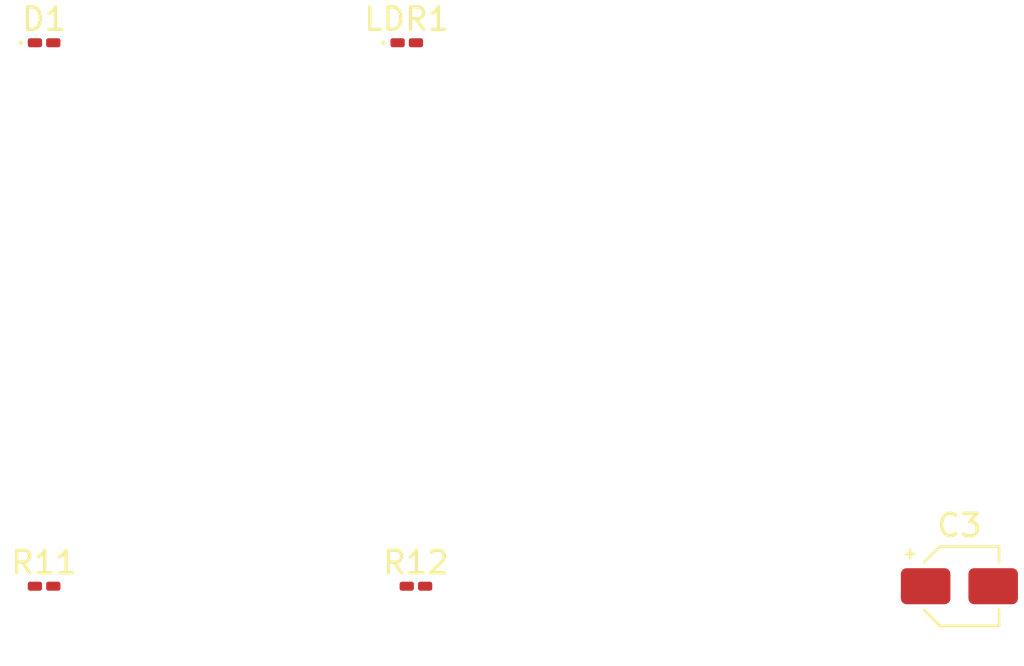
<source format=kicad_pcb>
(kicad_pcb (version 20171130) (host pcbnew "(5.1.8)-1")

  (general
    (thickness 1.6)
    (drawings 0)
    (tracks 0)
    (zones 0)
    (modules 5)
    (nets 6)
  )

  (page A4)
  (layers
    (0 F.Cu signal)
    (31 B.Cu signal)
    (32 B.Adhes user)
    (33 F.Adhes user)
    (34 B.Paste user)
    (35 F.Paste user)
    (36 B.SilkS user)
    (37 F.SilkS user)
    (38 B.Mask user)
    (39 F.Mask user)
    (40 Dwgs.User user)
    (41 Cmts.User user)
    (42 Eco1.User user)
    (43 Eco2.User user)
    (44 Edge.Cuts user)
    (45 Margin user)
    (46 B.CrtYd user)
    (47 F.CrtYd user)
    (48 B.Fab user)
    (49 F.Fab user)
  )

  (setup
    (last_trace_width 0.25)
    (trace_clearance 0.2)
    (zone_clearance 0.508)
    (zone_45_only no)
    (trace_min 0.2)
    (via_size 0.8)
    (via_drill 0.4)
    (via_min_size 0.4)
    (via_min_drill 0.3)
    (uvia_size 0.3)
    (uvia_drill 0.1)
    (uvias_allowed no)
    (uvia_min_size 0.2)
    (uvia_min_drill 0.1)
    (edge_width 0.1)
    (segment_width 0.2)
    (pcb_text_width 0.3)
    (pcb_text_size 1.5 1.5)
    (mod_edge_width 0.15)
    (mod_text_size 1 1)
    (mod_text_width 0.15)
    (pad_size 1.524 1.524)
    (pad_drill 0.762)
    (pad_to_mask_clearance 0)
    (aux_axis_origin 0 0)
    (visible_elements FFFFFF7F)
    (pcbplotparams
      (layerselection 0x010fc_ffffffff)
      (usegerberextensions false)
      (usegerberattributes true)
      (usegerberadvancedattributes true)
      (creategerberjobfile true)
      (excludeedgelayer true)
      (linewidth 0.100000)
      (plotframeref false)
      (viasonmask false)
      (mode 1)
      (useauxorigin false)
      (hpglpennumber 1)
      (hpglpenspeed 20)
      (hpglpendiameter 15.000000)
      (psnegative false)
      (psa4output false)
      (plotreference true)
      (plotvalue true)
      (plotinvisibletext false)
      (padsonsilk false)
      (subtractmaskfromsilk false)
      (outputformat 1)
      (mirror false)
      (drillshape 1)
      (scaleselection 1)
      (outputdirectory ""))
  )

  (net 0 "")
  (net 1 "Net-(C3-Pad1)")
  (net 2 GND)
  (net 3 "Net-(D1-Pad1)")
  (net 4 "Net-(D1-Pad2)")
  (net 5 "Net-(R11-Pad2)")

  (net_class Default "Esta es la clase de red por defecto."
    (clearance 0.2)
    (trace_width 0.25)
    (via_dia 0.8)
    (via_drill 0.4)
    (uvia_dia 0.3)
    (uvia_drill 0.1)
    (add_net GND)
    (add_net "Net-(C3-Pad1)")
    (add_net "Net-(D1-Pad1)")
    (add_net "Net-(D1-Pad2)")
    (add_net "Net-(R11-Pad2)")
  )

  (module Capacitor_SMD:CP_Elec_3x5.4 (layer F.Cu) (tedit 5BCA39CF) (tstamp 5FBC8EA5)
    (at 135.89 127)
    (descr "SMD capacitor, aluminum electrolytic, Nichicon, 3.0x5.4mm")
    (tags "capacitor electrolytic")
    (path /5FBB195F)
    (attr smd)
    (fp_text reference C3 (at 0 -2.7) (layer F.SilkS)
      (effects (font (size 1 1) (thickness 0.15)))
    )
    (fp_text value 100nF (at 0 2.7) (layer F.Fab)
      (effects (font (size 1 1) (thickness 0.15)))
    )
    (fp_line (start -2.85 1.05) (end -1.78 1.05) (layer F.CrtYd) (width 0.05))
    (fp_line (start -2.85 -1.05) (end -2.85 1.05) (layer F.CrtYd) (width 0.05))
    (fp_line (start -1.78 -1.05) (end -2.85 -1.05) (layer F.CrtYd) (width 0.05))
    (fp_line (start -1.78 -1.05) (end -0.93 -1.9) (layer F.CrtYd) (width 0.05))
    (fp_line (start -1.78 1.05) (end -0.93 1.9) (layer F.CrtYd) (width 0.05))
    (fp_line (start -0.93 -1.9) (end 1.9 -1.9) (layer F.CrtYd) (width 0.05))
    (fp_line (start -0.93 1.9) (end 1.9 1.9) (layer F.CrtYd) (width 0.05))
    (fp_line (start 1.9 1.05) (end 1.9 1.9) (layer F.CrtYd) (width 0.05))
    (fp_line (start 2.85 1.05) (end 1.9 1.05) (layer F.CrtYd) (width 0.05))
    (fp_line (start 2.85 -1.05) (end 2.85 1.05) (layer F.CrtYd) (width 0.05))
    (fp_line (start 1.9 -1.05) (end 2.85 -1.05) (layer F.CrtYd) (width 0.05))
    (fp_line (start 1.9 -1.9) (end 1.9 -1.05) (layer F.CrtYd) (width 0.05))
    (fp_line (start -2.1875 -1.6225) (end -2.1875 -1.2475) (layer F.SilkS) (width 0.12))
    (fp_line (start -2.375 -1.435) (end -2 -1.435) (layer F.SilkS) (width 0.12))
    (fp_line (start -1.570563 1.06) (end -0.870563 1.76) (layer F.SilkS) (width 0.12))
    (fp_line (start -1.570563 -1.06) (end -0.870563 -1.76) (layer F.SilkS) (width 0.12))
    (fp_line (start -0.870563 1.76) (end 1.76 1.76) (layer F.SilkS) (width 0.12))
    (fp_line (start -0.870563 -1.76) (end 1.76 -1.76) (layer F.SilkS) (width 0.12))
    (fp_line (start 1.76 -1.76) (end 1.76 -1.06) (layer F.SilkS) (width 0.12))
    (fp_line (start 1.76 1.76) (end 1.76 1.06) (layer F.SilkS) (width 0.12))
    (fp_line (start -0.960469 -0.95) (end -0.960469 -0.65) (layer F.Fab) (width 0.1))
    (fp_line (start -1.110469 -0.8) (end -0.810469 -0.8) (layer F.Fab) (width 0.1))
    (fp_line (start -1.65 0.825) (end -0.825 1.65) (layer F.Fab) (width 0.1))
    (fp_line (start -1.65 -0.825) (end -0.825 -1.65) (layer F.Fab) (width 0.1))
    (fp_line (start -1.65 -0.825) (end -1.65 0.825) (layer F.Fab) (width 0.1))
    (fp_line (start -0.825 1.65) (end 1.65 1.65) (layer F.Fab) (width 0.1))
    (fp_line (start -0.825 -1.65) (end 1.65 -1.65) (layer F.Fab) (width 0.1))
    (fp_line (start 1.65 -1.65) (end 1.65 1.65) (layer F.Fab) (width 0.1))
    (fp_circle (center 0 0) (end 1.5 0) (layer F.Fab) (width 0.1))
    (fp_text user %R (at 0 0) (layer F.Fab)
      (effects (font (size 0.6 0.6) (thickness 0.09)))
    )
    (pad 1 smd roundrect (at -1.5 0) (size 2.2 1.6) (layers F.Cu F.Paste F.Mask) (roundrect_rratio 0.15625)
      (net 1 "Net-(C3-Pad1)"))
    (pad 2 smd roundrect (at 1.5 0) (size 2.2 1.6) (layers F.Cu F.Paste F.Mask) (roundrect_rratio 0.15625)
      (net 2 GND))
    (model ${KISYS3DMOD}/Capacitor_SMD.3dshapes/CP_Elec_3x5.4.wrl
      (at (xyz 0 0 0))
      (scale (xyz 1 1 1))
      (rotate (xyz 0 0 0))
    )
  )

  (module LED_SMD:LED_0201_0603Metric_Pad0.64x0.40mm_HandSolder (layer F.Cu) (tedit 5F6BBF83) (tstamp 5FBC8EB9)
    (at 95.25 102.87)
    (descr "LED SMD 0201 (0603 Metric), square (rectangular) end terminal, IPC_7351 nominal, (Body size source: https://www.vishay.com/docs/20052/crcw0201e3.pdf), generated with kicad-footprint-generator")
    (tags "LED handsolder")
    (path /5FBAAEAA)
    (attr smd)
    (fp_text reference D1 (at 0 -1.05) (layer F.SilkS)
      (effects (font (size 1 1) (thickness 0.15)))
    )
    (fp_text value LED (at 0 1.05) (layer F.Fab)
      (effects (font (size 1 1) (thickness 0.15)))
    )
    (fp_line (start 0.88 0.35) (end -0.88 0.35) (layer F.CrtYd) (width 0.05))
    (fp_line (start 0.88 -0.35) (end 0.88 0.35) (layer F.CrtYd) (width 0.05))
    (fp_line (start -0.88 -0.35) (end 0.88 -0.35) (layer F.CrtYd) (width 0.05))
    (fp_line (start -0.88 0.35) (end -0.88 -0.35) (layer F.CrtYd) (width 0.05))
    (fp_line (start -0.1 0.15) (end -0.1 -0.15) (layer F.Fab) (width 0.1))
    (fp_line (start -0.2 0.15) (end -0.2 -0.15) (layer F.Fab) (width 0.1))
    (fp_line (start 0.3 0.15) (end -0.3 0.15) (layer F.Fab) (width 0.1))
    (fp_line (start 0.3 -0.15) (end 0.3 0.15) (layer F.Fab) (width 0.1))
    (fp_line (start -0.3 -0.15) (end 0.3 -0.15) (layer F.Fab) (width 0.1))
    (fp_line (start -0.3 0.15) (end -0.3 -0.15) (layer F.Fab) (width 0.1))
    (fp_circle (center -1.035 0) (end -0.985 0) (layer F.SilkS) (width 0.1))
    (fp_text user %R (at 0 -0.68) (layer F.Fab)
      (effects (font (size 0.25 0.25) (thickness 0.04)))
    )
    (pad "" smd roundrect (at -0.4325 0) (size 0.458 0.36) (layers F.Paste) (roundrect_rratio 0.25))
    (pad "" smd roundrect (at 0.4325 0) (size 0.458 0.36) (layers F.Paste) (roundrect_rratio 0.25))
    (pad 1 smd roundrect (at -0.4075 0) (size 0.635 0.4) (layers F.Cu F.Mask) (roundrect_rratio 0.25)
      (net 3 "Net-(D1-Pad1)"))
    (pad 2 smd roundrect (at 0.4075 0) (size 0.635 0.4) (layers F.Cu F.Mask) (roundrect_rratio 0.25)
      (net 4 "Net-(D1-Pad2)"))
    (model ${KISYS3DMOD}/LED_SMD.3dshapes/LED_0201_0603Metric.wrl
      (at (xyz 0 0 0))
      (scale (xyz 1 1 1))
      (rotate (xyz 0 0 0))
    )
  )

  (module LED_SMD:LED_0201_0603Metric_Pad0.64x0.40mm_HandSolder (layer F.Cu) (tedit 5F6BBF83) (tstamp 5FBC8ECD)
    (at 111.3525 102.87)
    (descr "LED SMD 0201 (0603 Metric), square (rectangular) end terminal, IPC_7351 nominal, (Body size source: https://www.vishay.com/docs/20052/crcw0201e3.pdf), generated with kicad-footprint-generator")
    (tags "LED handsolder")
    (path /5FBACD18)
    (attr smd)
    (fp_text reference LDR1 (at 0 -1.05) (layer F.SilkS)
      (effects (font (size 1 1) (thickness 0.15)))
    )
    (fp_text value LDR1 (at 0 1.05) (layer F.Fab)
      (effects (font (size 1 1) (thickness 0.15)))
    )
    (fp_text user %R (at 0 -0.68) (layer F.Fab)
      (effects (font (size 0.25 0.25) (thickness 0.04)))
    )
    (fp_circle (center -1.035 0) (end -0.985 0) (layer F.SilkS) (width 0.1))
    (fp_line (start -0.3 0.15) (end -0.3 -0.15) (layer F.Fab) (width 0.1))
    (fp_line (start -0.3 -0.15) (end 0.3 -0.15) (layer F.Fab) (width 0.1))
    (fp_line (start 0.3 -0.15) (end 0.3 0.15) (layer F.Fab) (width 0.1))
    (fp_line (start 0.3 0.15) (end -0.3 0.15) (layer F.Fab) (width 0.1))
    (fp_line (start -0.2 0.15) (end -0.2 -0.15) (layer F.Fab) (width 0.1))
    (fp_line (start -0.1 0.15) (end -0.1 -0.15) (layer F.Fab) (width 0.1))
    (fp_line (start -0.88 0.35) (end -0.88 -0.35) (layer F.CrtYd) (width 0.05))
    (fp_line (start -0.88 -0.35) (end 0.88 -0.35) (layer F.CrtYd) (width 0.05))
    (fp_line (start 0.88 -0.35) (end 0.88 0.35) (layer F.CrtYd) (width 0.05))
    (fp_line (start 0.88 0.35) (end -0.88 0.35) (layer F.CrtYd) (width 0.05))
    (pad 2 smd roundrect (at 0.4075 0) (size 0.635 0.4) (layers F.Cu F.Mask) (roundrect_rratio 0.25)
      (net 4 "Net-(D1-Pad2)"))
    (pad 1 smd roundrect (at -0.4075 0) (size 0.635 0.4) (layers F.Cu F.Mask) (roundrect_rratio 0.25)
      (net 1 "Net-(C3-Pad1)"))
    (pad "" smd roundrect (at 0.4325 0) (size 0.458 0.36) (layers F.Paste) (roundrect_rratio 0.25))
    (pad "" smd roundrect (at -0.4325 0) (size 0.458 0.36) (layers F.Paste) (roundrect_rratio 0.25))
    (model ${KISYS3DMOD}/LED_SMD.3dshapes/LED_0201_0603Metric.wrl
      (at (xyz 0 0 0))
      (scale (xyz 1 1 1))
      (rotate (xyz 0 0 0))
    )
  )

  (module Resistor_SMD:R_0201_0603Metric_Pad0.64x0.40mm_HandSolder (layer F.Cu) (tedit 5F6BB9E0) (tstamp 5FBC8EDE)
    (at 95.25 127)
    (descr "Resistor SMD 0201 (0603 Metric), square (rectangular) end terminal, IPC_7351 nominal with elongated pad for handsoldering. (Body size source: https://www.vishay.com/docs/20052/crcw0201e3.pdf), generated with kicad-footprint-generator")
    (tags "resistor handsolder")
    (path /5FBA9EC4)
    (attr smd)
    (fp_text reference R11 (at 0 -1.05) (layer F.SilkS)
      (effects (font (size 1 1) (thickness 0.15)))
    )
    (fp_text value 100k (at 0 1.05) (layer F.Fab)
      (effects (font (size 1 1) (thickness 0.15)))
    )
    (fp_line (start 0.88 0.35) (end -0.88 0.35) (layer F.CrtYd) (width 0.05))
    (fp_line (start 0.88 -0.35) (end 0.88 0.35) (layer F.CrtYd) (width 0.05))
    (fp_line (start -0.88 -0.35) (end 0.88 -0.35) (layer F.CrtYd) (width 0.05))
    (fp_line (start -0.88 0.35) (end -0.88 -0.35) (layer F.CrtYd) (width 0.05))
    (fp_line (start 0.3 0.15) (end -0.3 0.15) (layer F.Fab) (width 0.1))
    (fp_line (start 0.3 -0.15) (end 0.3 0.15) (layer F.Fab) (width 0.1))
    (fp_line (start -0.3 -0.15) (end 0.3 -0.15) (layer F.Fab) (width 0.1))
    (fp_line (start -0.3 0.15) (end -0.3 -0.15) (layer F.Fab) (width 0.1))
    (fp_text user %R (at 0 -0.68) (layer F.Fab)
      (effects (font (size 0.25 0.25) (thickness 0.04)))
    )
    (pad "" smd roundrect (at -0.4325 0) (size 0.458 0.36) (layers F.Paste) (roundrect_rratio 0.25))
    (pad "" smd roundrect (at 0.4325 0) (size 0.458 0.36) (layers F.Paste) (roundrect_rratio 0.25))
    (pad 1 smd roundrect (at -0.4075 0) (size 0.635 0.4) (layers F.Cu F.Mask) (roundrect_rratio 0.25)
      (net 3 "Net-(D1-Pad1)"))
    (pad 2 smd roundrect (at 0.4075 0) (size 0.635 0.4) (layers F.Cu F.Mask) (roundrect_rratio 0.25)
      (net 5 "Net-(R11-Pad2)"))
    (model ${KISYS3DMOD}/Resistor_SMD.3dshapes/R_0201_0603Metric.wrl
      (at (xyz 0 0 0))
      (scale (xyz 1 1 1))
      (rotate (xyz 0 0 0))
    )
  )

  (module Resistor_SMD:R_0201_0603Metric_Pad0.64x0.40mm_HandSolder (layer F.Cu) (tedit 5F6BB9E0) (tstamp 5FBC8EEF)
    (at 111.76 127)
    (descr "Resistor SMD 0201 (0603 Metric), square (rectangular) end terminal, IPC_7351 nominal with elongated pad for handsoldering. (Body size source: https://www.vishay.com/docs/20052/crcw0201e3.pdf), generated with kicad-footprint-generator")
    (tags "resistor handsolder")
    (path /5FBAA488)
    (attr smd)
    (fp_text reference R12 (at 0 -1.05) (layer F.SilkS)
      (effects (font (size 1 1) (thickness 0.15)))
    )
    (fp_text value 100k (at 0 1.05) (layer F.Fab)
      (effects (font (size 1 1) (thickness 0.15)))
    )
    (fp_text user %R (at 0 -0.68) (layer F.Fab)
      (effects (font (size 0.25 0.25) (thickness 0.04)))
    )
    (fp_line (start -0.3 0.15) (end -0.3 -0.15) (layer F.Fab) (width 0.1))
    (fp_line (start -0.3 -0.15) (end 0.3 -0.15) (layer F.Fab) (width 0.1))
    (fp_line (start 0.3 -0.15) (end 0.3 0.15) (layer F.Fab) (width 0.1))
    (fp_line (start 0.3 0.15) (end -0.3 0.15) (layer F.Fab) (width 0.1))
    (fp_line (start -0.88 0.35) (end -0.88 -0.35) (layer F.CrtYd) (width 0.05))
    (fp_line (start -0.88 -0.35) (end 0.88 -0.35) (layer F.CrtYd) (width 0.05))
    (fp_line (start 0.88 -0.35) (end 0.88 0.35) (layer F.CrtYd) (width 0.05))
    (fp_line (start 0.88 0.35) (end -0.88 0.35) (layer F.CrtYd) (width 0.05))
    (pad 2 smd roundrect (at 0.4075 0) (size 0.635 0.4) (layers F.Cu F.Mask) (roundrect_rratio 0.25)
      (net 2 GND))
    (pad 1 smd roundrect (at -0.4075 0) (size 0.635 0.4) (layers F.Cu F.Mask) (roundrect_rratio 0.25)
      (net 1 "Net-(C3-Pad1)"))
    (pad "" smd roundrect (at 0.4325 0) (size 0.458 0.36) (layers F.Paste) (roundrect_rratio 0.25))
    (pad "" smd roundrect (at -0.4325 0) (size 0.458 0.36) (layers F.Paste) (roundrect_rratio 0.25))
    (model ${KISYS3DMOD}/Resistor_SMD.3dshapes/R_0201_0603Metric.wrl
      (at (xyz 0 0 0))
      (scale (xyz 1 1 1))
      (rotate (xyz 0 0 0))
    )
  )

)

</source>
